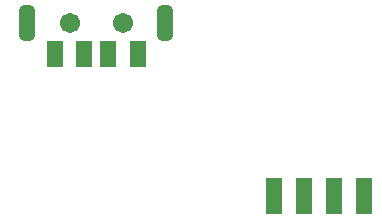
<source format=gbr>
%TF.GenerationSoftware,Altium Limited,Altium NEXUS,2.1.5 (53)*%
G04 Layer_Color=8388736*
%FSLAX44Y44*%
%MOMM*%
%TF.FileFunction,Soldermask,Top*%
%TF.Part,Single*%
G01*
G75*
%TA.AperFunction,ConnectorPad*%
%ADD16R,1.4032X2.2032*%
%TA.AperFunction,SMDPad,CuDef*%
%ADD17R,1.4732X3.1632*%
%TA.AperFunction,ComponentPad*%
G04:AMPARAMS|DCode=18|XSize=1.3032mm|YSize=3.0032mm|CornerRadius=0.3766mm|HoleSize=0mm|Usage=FLASHONLY|Rotation=180.000|XOffset=0mm|YOffset=0mm|HoleType=Round|Shape=RoundedRectangle|*
%AMROUNDEDRECTD18*
21,1,1.3032,2.2500,0,0,180.0*
21,1,0.5500,3.0032,0,0,180.0*
1,1,0.7532,-0.2750,1.1250*
1,1,0.7532,0.2750,1.1250*
1,1,0.7532,0.2750,-1.1250*
1,1,0.7532,-0.2750,-1.1250*
%
%ADD18ROUNDEDRECTD18*%
%ADD19C,1.7032*%
D16*
X35000Y201240D02*
D03*
X60000D02*
D03*
X80000D02*
D03*
X105000D02*
D03*
D17*
X220470Y81026D02*
D03*
X245870D02*
D03*
X271270D02*
D03*
X296670D02*
D03*
D18*
X128500Y227240D02*
D03*
X11500D02*
D03*
D19*
X92500D02*
D03*
X47500D02*
D03*
%TF.MD5,54dd80e2307efa121a4536be74d75893*%
M02*

</source>
